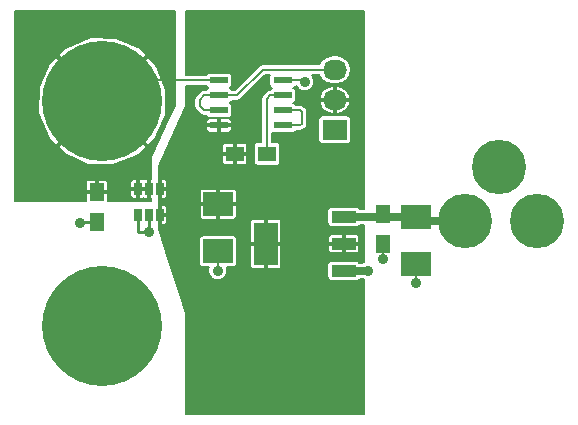
<source format=gtl>
G04 #@! TF.FileFunction,Copper,L1,Top,Signal*
%FSLAX46Y46*%
G04 Gerber Fmt 4.6, Leading zero omitted, Abs format (unit mm)*
G04 Created by KiCad (PCBNEW (after 2015-mar-04 BZR unknown)-product) date 2/8/2016 12:34:12 PM*
%MOMM*%
G01*
G04 APERTURE LIST*
%ADD10C,0.150000*%
%ADD11R,1.250000X1.500000*%
%ADD12C,4.600000*%
%ADD13R,2.032000X3.657600*%
%ADD14R,2.032000X1.016000*%
%ADD15R,0.650000X1.060000*%
%ADD16C,10.160000*%
%ADD17R,2.500000X2.000000*%
%ADD18R,2.032000X1.727200*%
%ADD19O,2.032000X1.727200*%
%ADD20R,1.550000X0.600000*%
%ADD21R,1.500000X1.300000*%
%ADD22C,0.889000*%
%ADD23C,0.203200*%
%ADD24C,0.254000*%
%ADD25C,0.635000*%
G04 APERTURE END LIST*
D10*
D11*
X32004000Y-24150000D03*
X32004000Y-26650000D03*
X7780000Y-22278000D03*
X7780000Y-24778000D03*
D12*
X45085000Y-24765000D03*
X38985000Y-24765000D03*
X41885000Y-20165000D03*
D13*
X22098000Y-26670000D03*
D14*
X28702000Y-26670000D03*
X28702000Y-24384000D03*
X28702000Y-28956000D03*
D15*
X11242000Y-24214000D03*
X12192000Y-24214000D03*
X13142000Y-24214000D03*
X13142000Y-22014000D03*
X11242000Y-22014000D03*
X12192000Y-22014000D03*
D16*
X8255000Y-14605000D03*
X8255000Y-33655000D03*
D17*
X34798000Y-24416000D03*
X34798000Y-28416000D03*
X18067000Y-23306000D03*
X18067000Y-27306000D03*
D18*
X27940000Y-17018000D03*
D19*
X27940000Y-14478000D03*
X27940000Y-11938000D03*
D20*
X23528000Y-16637000D03*
X23528000Y-15367000D03*
X23528000Y-14097000D03*
X23528000Y-12827000D03*
X18128000Y-12827000D03*
X18128000Y-14097000D03*
X18128000Y-15367000D03*
X18128000Y-16637000D03*
D21*
X22178000Y-19050000D03*
X19478000Y-19050000D03*
D22*
X32004000Y-27940000D03*
X34798000Y-29972000D03*
X25400000Y-12954000D03*
X12192000Y-25654000D03*
X6350000Y-24892000D03*
X30734000Y-28956000D03*
X18034000Y-28956000D03*
D23*
X32004000Y-26650000D02*
X32004000Y-27940000D01*
X34798000Y-28416000D02*
X34798000Y-29972000D01*
X23528000Y-12827000D02*
X25273000Y-12827000D01*
X25273000Y-12827000D02*
X25400000Y-12954000D01*
D24*
X11242000Y-24214000D02*
X11242000Y-25588000D01*
X12192000Y-25654000D02*
X12192000Y-24214000D01*
X11308000Y-25654000D02*
X12192000Y-25654000D01*
X11242000Y-25588000D02*
X11308000Y-25654000D01*
X7780000Y-24778000D02*
X6464000Y-24778000D01*
X6464000Y-24778000D02*
X6350000Y-24892000D01*
D25*
X28702000Y-28956000D02*
X30734000Y-28956000D01*
D23*
X18067000Y-28923000D02*
X18034000Y-28956000D01*
X18067000Y-27306000D02*
X18067000Y-28923000D01*
D25*
X28702000Y-24384000D02*
X31984000Y-24384000D01*
X31984000Y-24384000D02*
X32004000Y-24364000D01*
X34798000Y-24364000D02*
X32004000Y-24364000D01*
X38985000Y-24765000D02*
X35199000Y-24765000D01*
X35199000Y-24765000D02*
X34798000Y-24364000D01*
D23*
X18128000Y-12827000D02*
X10033000Y-12827000D01*
X10033000Y-12827000D02*
X8255000Y-14605000D01*
X18128000Y-15367000D02*
X16891000Y-15367000D01*
X16891000Y-14097000D02*
X18128000Y-14097000D01*
X16510000Y-14478000D02*
X16891000Y-14097000D01*
X16510000Y-14986000D02*
X16510000Y-14478000D01*
X16891000Y-15367000D02*
X16510000Y-14986000D01*
X18128000Y-14097000D02*
X19685000Y-14097000D01*
X19685000Y-14097000D02*
X21844000Y-11938000D01*
X21844000Y-11938000D02*
X23114000Y-11938000D01*
X23114000Y-11938000D02*
X27940000Y-11938000D01*
X23528000Y-16637000D02*
X25019000Y-16637000D01*
X25019000Y-15367000D02*
X23528000Y-15367000D01*
X25146000Y-15494000D02*
X25019000Y-15367000D01*
X25146000Y-16510000D02*
X25146000Y-15494000D01*
X25019000Y-16637000D02*
X25146000Y-16510000D01*
X22178000Y-19050000D02*
X22178000Y-14398000D01*
X22479000Y-14097000D02*
X23528000Y-14097000D01*
X22178000Y-14398000D02*
X22479000Y-14097000D01*
G36*
X30378400Y-41046400D02*
X23418800Y-41046400D01*
X23418800Y-28559428D01*
X23418800Y-26835100D01*
X23418800Y-26504900D01*
X23418800Y-24780572D01*
X23372397Y-24668545D01*
X23286656Y-24582803D01*
X23174629Y-24536400D01*
X23053372Y-24536400D01*
X22263100Y-24536400D01*
X22186900Y-24612600D01*
X22186900Y-26581100D01*
X23342600Y-26581100D01*
X23418800Y-26504900D01*
X23418800Y-26835100D01*
X23342600Y-26758900D01*
X22186900Y-26758900D01*
X22186900Y-28727400D01*
X22263100Y-28803600D01*
X23053372Y-28803600D01*
X23174629Y-28803600D01*
X23286656Y-28757197D01*
X23372397Y-28671455D01*
X23418800Y-28559428D01*
X23418800Y-41046400D01*
X22009100Y-41046400D01*
X22009100Y-28727400D01*
X22009100Y-26758900D01*
X22009100Y-26581100D01*
X22009100Y-24612600D01*
X21932900Y-24536400D01*
X21142628Y-24536400D01*
X21021371Y-24536400D01*
X20909344Y-24582803D01*
X20823603Y-24668545D01*
X20777200Y-24780572D01*
X20777200Y-26504900D01*
X20853400Y-26581100D01*
X22009100Y-26581100D01*
X22009100Y-26758900D01*
X20853400Y-26758900D01*
X20777200Y-26835100D01*
X20777200Y-28559428D01*
X20823603Y-28671455D01*
X20909344Y-28757197D01*
X21021371Y-28803600D01*
X21142628Y-28803600D01*
X21932900Y-28803600D01*
X22009100Y-28727400D01*
X22009100Y-41046400D01*
X20532800Y-41046400D01*
X20532800Y-19760629D01*
X20532800Y-19639372D01*
X20532800Y-19215100D01*
X20532800Y-18884900D01*
X20532800Y-18460628D01*
X20532800Y-18339371D01*
X20486397Y-18227344D01*
X20400655Y-18141603D01*
X20288628Y-18095200D01*
X19643100Y-18095200D01*
X19566900Y-18171400D01*
X19566900Y-18961100D01*
X20456600Y-18961100D01*
X20532800Y-18884900D01*
X20532800Y-19215100D01*
X20456600Y-19138900D01*
X19566900Y-19138900D01*
X19566900Y-19928600D01*
X19643100Y-20004800D01*
X20288628Y-20004800D01*
X20400655Y-19958397D01*
X20486397Y-19872656D01*
X20532800Y-19760629D01*
X20532800Y-41046400D01*
X19679567Y-41046400D01*
X19679567Y-28306000D01*
X19679567Y-26306000D01*
X19653259Y-26170411D01*
X19621800Y-26122520D01*
X19621800Y-24366628D01*
X19621800Y-23471100D01*
X19621800Y-23140900D01*
X19621800Y-22245372D01*
X19575397Y-22133345D01*
X19489656Y-22047603D01*
X19389100Y-22005951D01*
X19389100Y-19928600D01*
X19389100Y-19138900D01*
X19389100Y-18961100D01*
X19389100Y-18171400D01*
X19312900Y-18095200D01*
X19207800Y-18095200D01*
X19207800Y-16997629D01*
X19207800Y-16876372D01*
X19207800Y-16802100D01*
X19207800Y-16471900D01*
X19207800Y-16397628D01*
X19207800Y-16276371D01*
X19161397Y-16164344D01*
X19075655Y-16078603D01*
X18963628Y-16032200D01*
X18293100Y-16032200D01*
X18216900Y-16108400D01*
X18216900Y-16548100D01*
X19131600Y-16548100D01*
X19207800Y-16471900D01*
X19207800Y-16802100D01*
X19131600Y-16725900D01*
X18216900Y-16725900D01*
X18216900Y-17165600D01*
X18293100Y-17241800D01*
X18963628Y-17241800D01*
X19075655Y-17195397D01*
X19161397Y-17109656D01*
X19207800Y-16997629D01*
X19207800Y-18095200D01*
X18667372Y-18095200D01*
X18555345Y-18141603D01*
X18469603Y-18227344D01*
X18423200Y-18339371D01*
X18423200Y-18460628D01*
X18423200Y-18884900D01*
X18499400Y-18961100D01*
X19389100Y-18961100D01*
X19389100Y-19138900D01*
X18499400Y-19138900D01*
X18423200Y-19215100D01*
X18423200Y-19639372D01*
X18423200Y-19760629D01*
X18469603Y-19872656D01*
X18555345Y-19958397D01*
X18667372Y-20004800D01*
X19312900Y-20004800D01*
X19389100Y-19928600D01*
X19389100Y-22005951D01*
X19377629Y-22001200D01*
X19256372Y-22001200D01*
X18232100Y-22001200D01*
X18155900Y-22077400D01*
X18155900Y-23217100D01*
X19545600Y-23217100D01*
X19621800Y-23140900D01*
X19621800Y-23471100D01*
X19545600Y-23394900D01*
X18155900Y-23394900D01*
X18155900Y-24534600D01*
X18232100Y-24610800D01*
X19256372Y-24610800D01*
X19377629Y-24610800D01*
X19489656Y-24564397D01*
X19575397Y-24478655D01*
X19621800Y-24366628D01*
X19621800Y-26122520D01*
X19574977Y-26051241D01*
X19456799Y-25971469D01*
X19317000Y-25943433D01*
X18039100Y-25943433D01*
X18039100Y-17165600D01*
X18039100Y-16725900D01*
X18039100Y-16548100D01*
X18039100Y-16108400D01*
X17962900Y-16032200D01*
X17292372Y-16032200D01*
X17180345Y-16078603D01*
X17094603Y-16164344D01*
X17048200Y-16276371D01*
X17048200Y-16397628D01*
X17048200Y-16471900D01*
X17124400Y-16548100D01*
X18039100Y-16548100D01*
X18039100Y-16725900D01*
X17124400Y-16725900D01*
X17048200Y-16802100D01*
X17048200Y-16876372D01*
X17048200Y-16997629D01*
X17094603Y-17109656D01*
X17180345Y-17195397D01*
X17292372Y-17241800D01*
X17962900Y-17241800D01*
X18039100Y-17165600D01*
X18039100Y-25943433D01*
X17978100Y-25943433D01*
X17978100Y-24534600D01*
X17978100Y-23394900D01*
X17978100Y-23217100D01*
X17978100Y-22077400D01*
X17901900Y-22001200D01*
X16877628Y-22001200D01*
X16756371Y-22001200D01*
X16644344Y-22047603D01*
X16558603Y-22133345D01*
X16512200Y-22245372D01*
X16512200Y-23140900D01*
X16588400Y-23217100D01*
X17978100Y-23217100D01*
X17978100Y-23394900D01*
X16588400Y-23394900D01*
X16512200Y-23471100D01*
X16512200Y-24366628D01*
X16558603Y-24478655D01*
X16644344Y-24564397D01*
X16756371Y-24610800D01*
X16877628Y-24610800D01*
X17901900Y-24610800D01*
X17978100Y-24534600D01*
X17978100Y-25943433D01*
X16817000Y-25943433D01*
X16681411Y-25969741D01*
X16562241Y-26048023D01*
X16482469Y-26166201D01*
X16454433Y-26306000D01*
X16454433Y-28306000D01*
X16480741Y-28441589D01*
X16559023Y-28560759D01*
X16677201Y-28640531D01*
X16817000Y-28668567D01*
X17287017Y-28668567D01*
X17234039Y-28796152D01*
X17233761Y-29114452D01*
X17355313Y-29408628D01*
X17580188Y-29633896D01*
X17874152Y-29755961D01*
X18192452Y-29756239D01*
X18486628Y-29634687D01*
X18711896Y-29409812D01*
X18833961Y-29115848D01*
X18834239Y-28797548D01*
X18780944Y-28668567D01*
X19317000Y-28668567D01*
X19452589Y-28642259D01*
X19571759Y-28563977D01*
X19651531Y-28445799D01*
X19679567Y-28306000D01*
X19679567Y-41046400D01*
X15341600Y-41046400D01*
X15341600Y-32496073D01*
X13771800Y-27612250D01*
X13771800Y-24804628D01*
X13771800Y-24379100D01*
X13771800Y-24048900D01*
X13771800Y-23623372D01*
X13771800Y-22604628D01*
X13771800Y-22179100D01*
X13771800Y-21848900D01*
X13771800Y-21423372D01*
X13725397Y-21311345D01*
X13639656Y-21225603D01*
X13527629Y-21179200D01*
X13406372Y-21179200D01*
X13307100Y-21179200D01*
X13230900Y-21255400D01*
X13230900Y-21925100D01*
X13695600Y-21925100D01*
X13771800Y-21848900D01*
X13771800Y-22179100D01*
X13695600Y-22102900D01*
X13230900Y-22102900D01*
X13230900Y-22772600D01*
X13307100Y-22848800D01*
X13406372Y-22848800D01*
X13527629Y-22848800D01*
X13639656Y-22802397D01*
X13725397Y-22716655D01*
X13771800Y-22604628D01*
X13771800Y-23623372D01*
X13725397Y-23511345D01*
X13639656Y-23425603D01*
X13527629Y-23379200D01*
X13406372Y-23379200D01*
X13307100Y-23379200D01*
X13230900Y-23455400D01*
X13230900Y-24125100D01*
X13695600Y-24125100D01*
X13771800Y-24048900D01*
X13771800Y-24379100D01*
X13695600Y-24302900D01*
X13230900Y-24302900D01*
X13230900Y-24972600D01*
X13307100Y-25048800D01*
X13406372Y-25048800D01*
X13527629Y-25048800D01*
X13639656Y-25002397D01*
X13725397Y-24916655D01*
X13771800Y-24804628D01*
X13771800Y-27612250D01*
X13055600Y-25384073D01*
X13055600Y-20087807D01*
X15341600Y-15007807D01*
X15341600Y-13284200D01*
X17030937Y-13284200D01*
X17095023Y-13381759D01*
X17213201Y-13461531D01*
X17215504Y-13461993D01*
X17098241Y-13539023D01*
X17030214Y-13639800D01*
X16891000Y-13639800D01*
X16716037Y-13674602D01*
X16567711Y-13773711D01*
X16186711Y-14154711D01*
X16087602Y-14303037D01*
X16052800Y-14478000D01*
X16052800Y-14986000D01*
X16087602Y-15160963D01*
X16186711Y-15309289D01*
X16567711Y-15690289D01*
X16716037Y-15789398D01*
X16891000Y-15824200D01*
X17030937Y-15824200D01*
X17095023Y-15921759D01*
X17213201Y-16001531D01*
X17353000Y-16029567D01*
X18903000Y-16029567D01*
X19038589Y-16003259D01*
X19157759Y-15924977D01*
X19237531Y-15806799D01*
X19265567Y-15667000D01*
X19265567Y-15067000D01*
X19239259Y-14931411D01*
X19160977Y-14812241D01*
X19042799Y-14732469D01*
X19040495Y-14732006D01*
X19157759Y-14654977D01*
X19225785Y-14554200D01*
X19685000Y-14554200D01*
X19859963Y-14519398D01*
X20008289Y-14420289D01*
X22033378Y-12395200D01*
X22416864Y-12395200D01*
X22390433Y-12527000D01*
X22390433Y-13127000D01*
X22416741Y-13262589D01*
X22495023Y-13381759D01*
X22613201Y-13461531D01*
X22615504Y-13461993D01*
X22498241Y-13539023D01*
X22422648Y-13651008D01*
X22422648Y-13651009D01*
X22304037Y-13674602D01*
X22155711Y-13773711D01*
X21854711Y-14074711D01*
X21755602Y-14223037D01*
X21720800Y-14398000D01*
X21720800Y-18037433D01*
X21428000Y-18037433D01*
X21292411Y-18063741D01*
X21173241Y-18142023D01*
X21093469Y-18260201D01*
X21065433Y-18400000D01*
X21065433Y-19700000D01*
X21091741Y-19835589D01*
X21170023Y-19954759D01*
X21288201Y-20034531D01*
X21428000Y-20062567D01*
X22928000Y-20062567D01*
X23063589Y-20036259D01*
X23182759Y-19957977D01*
X23262531Y-19839799D01*
X23290567Y-19700000D01*
X23290567Y-18400000D01*
X23264259Y-18264411D01*
X23185977Y-18145241D01*
X23067799Y-18065469D01*
X22928000Y-18037433D01*
X22635200Y-18037433D01*
X22635200Y-17275942D01*
X22753000Y-17299567D01*
X24303000Y-17299567D01*
X24438589Y-17273259D01*
X24557759Y-17194977D01*
X24625785Y-17094200D01*
X25019000Y-17094200D01*
X25193963Y-17059398D01*
X25342289Y-16960289D01*
X25469289Y-16833289D01*
X25568398Y-16684963D01*
X25603200Y-16510000D01*
X25603200Y-15494000D01*
X25568398Y-15319037D01*
X25469289Y-15170711D01*
X25342289Y-15043711D01*
X25193963Y-14944602D01*
X25019000Y-14909800D01*
X24625062Y-14909800D01*
X24560977Y-14812241D01*
X24442799Y-14732469D01*
X24440495Y-14732006D01*
X24557759Y-14654977D01*
X24637531Y-14536799D01*
X24665567Y-14397000D01*
X24665567Y-13797000D01*
X24639259Y-13661411D01*
X24560977Y-13542241D01*
X24442799Y-13462469D01*
X24440495Y-13462006D01*
X24557759Y-13384977D01*
X24625785Y-13284200D01*
X24670726Y-13284200D01*
X24721313Y-13406628D01*
X24946188Y-13631896D01*
X25240152Y-13753961D01*
X25558452Y-13754239D01*
X25852628Y-13632687D01*
X26077896Y-13407812D01*
X26199961Y-13113848D01*
X26200239Y-12795548D01*
X26078687Y-12501372D01*
X25972700Y-12395200D01*
X26632471Y-12395200D01*
X26634335Y-12404568D01*
X26898624Y-12800105D01*
X27294161Y-13064394D01*
X27760729Y-13157200D01*
X28119271Y-13157200D01*
X28585839Y-13064394D01*
X28981376Y-12800105D01*
X29245665Y-12404568D01*
X29338471Y-11938000D01*
X29245665Y-11471432D01*
X28981376Y-11075895D01*
X28585839Y-10811606D01*
X28119271Y-10718800D01*
X27760729Y-10718800D01*
X27294161Y-10811606D01*
X26898624Y-11075895D01*
X26634335Y-11471432D01*
X26632471Y-11480800D01*
X23114000Y-11480800D01*
X21844000Y-11480800D01*
X21669037Y-11515602D01*
X21520711Y-11614711D01*
X19495622Y-13639800D01*
X19225062Y-13639800D01*
X19160977Y-13542241D01*
X19042799Y-13462469D01*
X19040495Y-13462006D01*
X19157759Y-13384977D01*
X19237531Y-13266799D01*
X19265567Y-13127000D01*
X19265567Y-12527000D01*
X19239259Y-12391411D01*
X19160977Y-12272241D01*
X19042799Y-12192469D01*
X18903000Y-12164433D01*
X17353000Y-12164433D01*
X17217411Y-12190741D01*
X17098241Y-12269023D01*
X17030214Y-12369800D01*
X15341600Y-12369800D01*
X15341600Y-6959600D01*
X30378400Y-6959600D01*
X30378400Y-23710900D01*
X30034873Y-23710900D01*
X29975977Y-23621241D01*
X29857799Y-23541469D01*
X29718000Y-23513433D01*
X29318567Y-23513433D01*
X29318567Y-17881600D01*
X29318567Y-16154400D01*
X29292259Y-16018811D01*
X29229163Y-15922758D01*
X29229163Y-14748054D01*
X29229163Y-14207946D01*
X29216033Y-14142935D01*
X29002278Y-13738444D01*
X28650002Y-13446544D01*
X28212836Y-13311674D01*
X28028900Y-13383393D01*
X28028900Y-14389100D01*
X29180976Y-14389100D01*
X29229163Y-14207946D01*
X29229163Y-14748054D01*
X29180976Y-14566900D01*
X28028900Y-14566900D01*
X28028900Y-15572607D01*
X28212836Y-15644326D01*
X28650002Y-15509456D01*
X29002278Y-15217556D01*
X29216033Y-14813065D01*
X29229163Y-14748054D01*
X29229163Y-15922758D01*
X29213977Y-15899641D01*
X29095799Y-15819869D01*
X28956000Y-15791833D01*
X27851100Y-15791833D01*
X27851100Y-15572607D01*
X27851100Y-14566900D01*
X27851100Y-14389100D01*
X27851100Y-13383393D01*
X27667164Y-13311674D01*
X27229998Y-13446544D01*
X26877722Y-13738444D01*
X26663967Y-14142935D01*
X26650837Y-14207946D01*
X26699024Y-14389100D01*
X27851100Y-14389100D01*
X27851100Y-14566900D01*
X26699024Y-14566900D01*
X26650837Y-14748054D01*
X26663967Y-14813065D01*
X26877722Y-15217556D01*
X27229998Y-15509456D01*
X27667164Y-15644326D01*
X27851100Y-15572607D01*
X27851100Y-15791833D01*
X26924000Y-15791833D01*
X26788411Y-15818141D01*
X26669241Y-15896423D01*
X26589469Y-16014601D01*
X26561433Y-16154400D01*
X26561433Y-17881600D01*
X26587741Y-18017189D01*
X26666023Y-18136359D01*
X26784201Y-18216131D01*
X26924000Y-18244167D01*
X28956000Y-18244167D01*
X29091589Y-18217859D01*
X29210759Y-18139577D01*
X29290531Y-18021399D01*
X29318567Y-17881600D01*
X29318567Y-23513433D01*
X27686000Y-23513433D01*
X27550411Y-23539741D01*
X27431241Y-23618023D01*
X27351469Y-23736201D01*
X27323433Y-23876000D01*
X27323433Y-24892000D01*
X27349741Y-25027589D01*
X27428023Y-25146759D01*
X27546201Y-25226531D01*
X27686000Y-25254567D01*
X29718000Y-25254567D01*
X29853589Y-25228259D01*
X29972759Y-25149977D01*
X30035452Y-25057100D01*
X30378400Y-25057100D01*
X30378400Y-28237221D01*
X30281372Y-28277313D01*
X30275775Y-28282900D01*
X30034873Y-28282900D01*
X30022800Y-28264520D01*
X30022800Y-27238628D01*
X30022800Y-26835100D01*
X30022800Y-26504900D01*
X30022800Y-26101372D01*
X29976397Y-25989345D01*
X29890656Y-25903603D01*
X29778629Y-25857200D01*
X29657372Y-25857200D01*
X28867100Y-25857200D01*
X28790900Y-25933400D01*
X28790900Y-26581100D01*
X29946600Y-26581100D01*
X30022800Y-26504900D01*
X30022800Y-26835100D01*
X29946600Y-26758900D01*
X28790900Y-26758900D01*
X28790900Y-27406600D01*
X28867100Y-27482800D01*
X29657372Y-27482800D01*
X29778629Y-27482800D01*
X29890656Y-27436397D01*
X29976397Y-27350655D01*
X30022800Y-27238628D01*
X30022800Y-28264520D01*
X29975977Y-28193241D01*
X29857799Y-28113469D01*
X29718000Y-28085433D01*
X28613100Y-28085433D01*
X28613100Y-27406600D01*
X28613100Y-26758900D01*
X28613100Y-26581100D01*
X28613100Y-25933400D01*
X28536900Y-25857200D01*
X27746628Y-25857200D01*
X27625371Y-25857200D01*
X27513344Y-25903603D01*
X27427603Y-25989345D01*
X27381200Y-26101372D01*
X27381200Y-26504900D01*
X27457400Y-26581100D01*
X28613100Y-26581100D01*
X28613100Y-26758900D01*
X27457400Y-26758900D01*
X27381200Y-26835100D01*
X27381200Y-27238628D01*
X27427603Y-27350655D01*
X27513344Y-27436397D01*
X27625371Y-27482800D01*
X27746628Y-27482800D01*
X28536900Y-27482800D01*
X28613100Y-27406600D01*
X28613100Y-28085433D01*
X27686000Y-28085433D01*
X27550411Y-28111741D01*
X27431241Y-28190023D01*
X27351469Y-28308201D01*
X27323433Y-28448000D01*
X27323433Y-29464000D01*
X27349741Y-29599589D01*
X27428023Y-29718759D01*
X27546201Y-29798531D01*
X27686000Y-29826567D01*
X29718000Y-29826567D01*
X29853589Y-29800259D01*
X29972759Y-29721977D01*
X30035452Y-29629100D01*
X30275400Y-29629100D01*
X30280188Y-29633896D01*
X30378400Y-29674677D01*
X30378400Y-41046400D01*
X30378400Y-41046400D01*
G37*
X30378400Y-41046400D02*
X23418800Y-41046400D01*
X23418800Y-28559428D01*
X23418800Y-26835100D01*
X23418800Y-26504900D01*
X23418800Y-24780572D01*
X23372397Y-24668545D01*
X23286656Y-24582803D01*
X23174629Y-24536400D01*
X23053372Y-24536400D01*
X22263100Y-24536400D01*
X22186900Y-24612600D01*
X22186900Y-26581100D01*
X23342600Y-26581100D01*
X23418800Y-26504900D01*
X23418800Y-26835100D01*
X23342600Y-26758900D01*
X22186900Y-26758900D01*
X22186900Y-28727400D01*
X22263100Y-28803600D01*
X23053372Y-28803600D01*
X23174629Y-28803600D01*
X23286656Y-28757197D01*
X23372397Y-28671455D01*
X23418800Y-28559428D01*
X23418800Y-41046400D01*
X22009100Y-41046400D01*
X22009100Y-28727400D01*
X22009100Y-26758900D01*
X22009100Y-26581100D01*
X22009100Y-24612600D01*
X21932900Y-24536400D01*
X21142628Y-24536400D01*
X21021371Y-24536400D01*
X20909344Y-24582803D01*
X20823603Y-24668545D01*
X20777200Y-24780572D01*
X20777200Y-26504900D01*
X20853400Y-26581100D01*
X22009100Y-26581100D01*
X22009100Y-26758900D01*
X20853400Y-26758900D01*
X20777200Y-26835100D01*
X20777200Y-28559428D01*
X20823603Y-28671455D01*
X20909344Y-28757197D01*
X21021371Y-28803600D01*
X21142628Y-28803600D01*
X21932900Y-28803600D01*
X22009100Y-28727400D01*
X22009100Y-41046400D01*
X20532800Y-41046400D01*
X20532800Y-19760629D01*
X20532800Y-19639372D01*
X20532800Y-19215100D01*
X20532800Y-18884900D01*
X20532800Y-18460628D01*
X20532800Y-18339371D01*
X20486397Y-18227344D01*
X20400655Y-18141603D01*
X20288628Y-18095200D01*
X19643100Y-18095200D01*
X19566900Y-18171400D01*
X19566900Y-18961100D01*
X20456600Y-18961100D01*
X20532800Y-18884900D01*
X20532800Y-19215100D01*
X20456600Y-19138900D01*
X19566900Y-19138900D01*
X19566900Y-19928600D01*
X19643100Y-20004800D01*
X20288628Y-20004800D01*
X20400655Y-19958397D01*
X20486397Y-19872656D01*
X20532800Y-19760629D01*
X20532800Y-41046400D01*
X19679567Y-41046400D01*
X19679567Y-28306000D01*
X19679567Y-26306000D01*
X19653259Y-26170411D01*
X19621800Y-26122520D01*
X19621800Y-24366628D01*
X19621800Y-23471100D01*
X19621800Y-23140900D01*
X19621800Y-22245372D01*
X19575397Y-22133345D01*
X19489656Y-22047603D01*
X19389100Y-22005951D01*
X19389100Y-19928600D01*
X19389100Y-19138900D01*
X19389100Y-18961100D01*
X19389100Y-18171400D01*
X19312900Y-18095200D01*
X19207800Y-18095200D01*
X19207800Y-16997629D01*
X19207800Y-16876372D01*
X19207800Y-16802100D01*
X19207800Y-16471900D01*
X19207800Y-16397628D01*
X19207800Y-16276371D01*
X19161397Y-16164344D01*
X19075655Y-16078603D01*
X18963628Y-16032200D01*
X18293100Y-16032200D01*
X18216900Y-16108400D01*
X18216900Y-16548100D01*
X19131600Y-16548100D01*
X19207800Y-16471900D01*
X19207800Y-16802100D01*
X19131600Y-16725900D01*
X18216900Y-16725900D01*
X18216900Y-17165600D01*
X18293100Y-17241800D01*
X18963628Y-17241800D01*
X19075655Y-17195397D01*
X19161397Y-17109656D01*
X19207800Y-16997629D01*
X19207800Y-18095200D01*
X18667372Y-18095200D01*
X18555345Y-18141603D01*
X18469603Y-18227344D01*
X18423200Y-18339371D01*
X18423200Y-18460628D01*
X18423200Y-18884900D01*
X18499400Y-18961100D01*
X19389100Y-18961100D01*
X19389100Y-19138900D01*
X18499400Y-19138900D01*
X18423200Y-19215100D01*
X18423200Y-19639372D01*
X18423200Y-19760629D01*
X18469603Y-19872656D01*
X18555345Y-19958397D01*
X18667372Y-20004800D01*
X19312900Y-20004800D01*
X19389100Y-19928600D01*
X19389100Y-22005951D01*
X19377629Y-22001200D01*
X19256372Y-22001200D01*
X18232100Y-22001200D01*
X18155900Y-22077400D01*
X18155900Y-23217100D01*
X19545600Y-23217100D01*
X19621800Y-23140900D01*
X19621800Y-23471100D01*
X19545600Y-23394900D01*
X18155900Y-23394900D01*
X18155900Y-24534600D01*
X18232100Y-24610800D01*
X19256372Y-24610800D01*
X19377629Y-24610800D01*
X19489656Y-24564397D01*
X19575397Y-24478655D01*
X19621800Y-24366628D01*
X19621800Y-26122520D01*
X19574977Y-26051241D01*
X19456799Y-25971469D01*
X19317000Y-25943433D01*
X18039100Y-25943433D01*
X18039100Y-17165600D01*
X18039100Y-16725900D01*
X18039100Y-16548100D01*
X18039100Y-16108400D01*
X17962900Y-16032200D01*
X17292372Y-16032200D01*
X17180345Y-16078603D01*
X17094603Y-16164344D01*
X17048200Y-16276371D01*
X17048200Y-16397628D01*
X17048200Y-16471900D01*
X17124400Y-16548100D01*
X18039100Y-16548100D01*
X18039100Y-16725900D01*
X17124400Y-16725900D01*
X17048200Y-16802100D01*
X17048200Y-16876372D01*
X17048200Y-16997629D01*
X17094603Y-17109656D01*
X17180345Y-17195397D01*
X17292372Y-17241800D01*
X17962900Y-17241800D01*
X18039100Y-17165600D01*
X18039100Y-25943433D01*
X17978100Y-25943433D01*
X17978100Y-24534600D01*
X17978100Y-23394900D01*
X17978100Y-23217100D01*
X17978100Y-22077400D01*
X17901900Y-22001200D01*
X16877628Y-22001200D01*
X16756371Y-22001200D01*
X16644344Y-22047603D01*
X16558603Y-22133345D01*
X16512200Y-22245372D01*
X16512200Y-23140900D01*
X16588400Y-23217100D01*
X17978100Y-23217100D01*
X17978100Y-23394900D01*
X16588400Y-23394900D01*
X16512200Y-23471100D01*
X16512200Y-24366628D01*
X16558603Y-24478655D01*
X16644344Y-24564397D01*
X16756371Y-24610800D01*
X16877628Y-24610800D01*
X17901900Y-24610800D01*
X17978100Y-24534600D01*
X17978100Y-25943433D01*
X16817000Y-25943433D01*
X16681411Y-25969741D01*
X16562241Y-26048023D01*
X16482469Y-26166201D01*
X16454433Y-26306000D01*
X16454433Y-28306000D01*
X16480741Y-28441589D01*
X16559023Y-28560759D01*
X16677201Y-28640531D01*
X16817000Y-28668567D01*
X17287017Y-28668567D01*
X17234039Y-28796152D01*
X17233761Y-29114452D01*
X17355313Y-29408628D01*
X17580188Y-29633896D01*
X17874152Y-29755961D01*
X18192452Y-29756239D01*
X18486628Y-29634687D01*
X18711896Y-29409812D01*
X18833961Y-29115848D01*
X18834239Y-28797548D01*
X18780944Y-28668567D01*
X19317000Y-28668567D01*
X19452589Y-28642259D01*
X19571759Y-28563977D01*
X19651531Y-28445799D01*
X19679567Y-28306000D01*
X19679567Y-41046400D01*
X15341600Y-41046400D01*
X15341600Y-32496073D01*
X13771800Y-27612250D01*
X13771800Y-24804628D01*
X13771800Y-24379100D01*
X13771800Y-24048900D01*
X13771800Y-23623372D01*
X13771800Y-22604628D01*
X13771800Y-22179100D01*
X13771800Y-21848900D01*
X13771800Y-21423372D01*
X13725397Y-21311345D01*
X13639656Y-21225603D01*
X13527629Y-21179200D01*
X13406372Y-21179200D01*
X13307100Y-21179200D01*
X13230900Y-21255400D01*
X13230900Y-21925100D01*
X13695600Y-21925100D01*
X13771800Y-21848900D01*
X13771800Y-22179100D01*
X13695600Y-22102900D01*
X13230900Y-22102900D01*
X13230900Y-22772600D01*
X13307100Y-22848800D01*
X13406372Y-22848800D01*
X13527629Y-22848800D01*
X13639656Y-22802397D01*
X13725397Y-22716655D01*
X13771800Y-22604628D01*
X13771800Y-23623372D01*
X13725397Y-23511345D01*
X13639656Y-23425603D01*
X13527629Y-23379200D01*
X13406372Y-23379200D01*
X13307100Y-23379200D01*
X13230900Y-23455400D01*
X13230900Y-24125100D01*
X13695600Y-24125100D01*
X13771800Y-24048900D01*
X13771800Y-24379100D01*
X13695600Y-24302900D01*
X13230900Y-24302900D01*
X13230900Y-24972600D01*
X13307100Y-25048800D01*
X13406372Y-25048800D01*
X13527629Y-25048800D01*
X13639656Y-25002397D01*
X13725397Y-24916655D01*
X13771800Y-24804628D01*
X13771800Y-27612250D01*
X13055600Y-25384073D01*
X13055600Y-20087807D01*
X15341600Y-15007807D01*
X15341600Y-13284200D01*
X17030937Y-13284200D01*
X17095023Y-13381759D01*
X17213201Y-13461531D01*
X17215504Y-13461993D01*
X17098241Y-13539023D01*
X17030214Y-13639800D01*
X16891000Y-13639800D01*
X16716037Y-13674602D01*
X16567711Y-13773711D01*
X16186711Y-14154711D01*
X16087602Y-14303037D01*
X16052800Y-14478000D01*
X16052800Y-14986000D01*
X16087602Y-15160963D01*
X16186711Y-15309289D01*
X16567711Y-15690289D01*
X16716037Y-15789398D01*
X16891000Y-15824200D01*
X17030937Y-15824200D01*
X17095023Y-15921759D01*
X17213201Y-16001531D01*
X17353000Y-16029567D01*
X18903000Y-16029567D01*
X19038589Y-16003259D01*
X19157759Y-15924977D01*
X19237531Y-15806799D01*
X19265567Y-15667000D01*
X19265567Y-15067000D01*
X19239259Y-14931411D01*
X19160977Y-14812241D01*
X19042799Y-14732469D01*
X19040495Y-14732006D01*
X19157759Y-14654977D01*
X19225785Y-14554200D01*
X19685000Y-14554200D01*
X19859963Y-14519398D01*
X20008289Y-14420289D01*
X22033378Y-12395200D01*
X22416864Y-12395200D01*
X22390433Y-12527000D01*
X22390433Y-13127000D01*
X22416741Y-13262589D01*
X22495023Y-13381759D01*
X22613201Y-13461531D01*
X22615504Y-13461993D01*
X22498241Y-13539023D01*
X22422648Y-13651008D01*
X22422648Y-13651009D01*
X22304037Y-13674602D01*
X22155711Y-13773711D01*
X21854711Y-14074711D01*
X21755602Y-14223037D01*
X21720800Y-14398000D01*
X21720800Y-18037433D01*
X21428000Y-18037433D01*
X21292411Y-18063741D01*
X21173241Y-18142023D01*
X21093469Y-18260201D01*
X21065433Y-18400000D01*
X21065433Y-19700000D01*
X21091741Y-19835589D01*
X21170023Y-19954759D01*
X21288201Y-20034531D01*
X21428000Y-20062567D01*
X22928000Y-20062567D01*
X23063589Y-20036259D01*
X23182759Y-19957977D01*
X23262531Y-19839799D01*
X23290567Y-19700000D01*
X23290567Y-18400000D01*
X23264259Y-18264411D01*
X23185977Y-18145241D01*
X23067799Y-18065469D01*
X22928000Y-18037433D01*
X22635200Y-18037433D01*
X22635200Y-17275942D01*
X22753000Y-17299567D01*
X24303000Y-17299567D01*
X24438589Y-17273259D01*
X24557759Y-17194977D01*
X24625785Y-17094200D01*
X25019000Y-17094200D01*
X25193963Y-17059398D01*
X25342289Y-16960289D01*
X25469289Y-16833289D01*
X25568398Y-16684963D01*
X25603200Y-16510000D01*
X25603200Y-15494000D01*
X25568398Y-15319037D01*
X25469289Y-15170711D01*
X25342289Y-15043711D01*
X25193963Y-14944602D01*
X25019000Y-14909800D01*
X24625062Y-14909800D01*
X24560977Y-14812241D01*
X24442799Y-14732469D01*
X24440495Y-14732006D01*
X24557759Y-14654977D01*
X24637531Y-14536799D01*
X24665567Y-14397000D01*
X24665567Y-13797000D01*
X24639259Y-13661411D01*
X24560977Y-13542241D01*
X24442799Y-13462469D01*
X24440495Y-13462006D01*
X24557759Y-13384977D01*
X24625785Y-13284200D01*
X24670726Y-13284200D01*
X24721313Y-13406628D01*
X24946188Y-13631896D01*
X25240152Y-13753961D01*
X25558452Y-13754239D01*
X25852628Y-13632687D01*
X26077896Y-13407812D01*
X26199961Y-13113848D01*
X26200239Y-12795548D01*
X26078687Y-12501372D01*
X25972700Y-12395200D01*
X26632471Y-12395200D01*
X26634335Y-12404568D01*
X26898624Y-12800105D01*
X27294161Y-13064394D01*
X27760729Y-13157200D01*
X28119271Y-13157200D01*
X28585839Y-13064394D01*
X28981376Y-12800105D01*
X29245665Y-12404568D01*
X29338471Y-11938000D01*
X29245665Y-11471432D01*
X28981376Y-11075895D01*
X28585839Y-10811606D01*
X28119271Y-10718800D01*
X27760729Y-10718800D01*
X27294161Y-10811606D01*
X26898624Y-11075895D01*
X26634335Y-11471432D01*
X26632471Y-11480800D01*
X23114000Y-11480800D01*
X21844000Y-11480800D01*
X21669037Y-11515602D01*
X21520711Y-11614711D01*
X19495622Y-13639800D01*
X19225062Y-13639800D01*
X19160977Y-13542241D01*
X19042799Y-13462469D01*
X19040495Y-13462006D01*
X19157759Y-13384977D01*
X19237531Y-13266799D01*
X19265567Y-13127000D01*
X19265567Y-12527000D01*
X19239259Y-12391411D01*
X19160977Y-12272241D01*
X19042799Y-12192469D01*
X18903000Y-12164433D01*
X17353000Y-12164433D01*
X17217411Y-12190741D01*
X17098241Y-12269023D01*
X17030214Y-12369800D01*
X15341600Y-12369800D01*
X15341600Y-6959600D01*
X30378400Y-6959600D01*
X30378400Y-23710900D01*
X30034873Y-23710900D01*
X29975977Y-23621241D01*
X29857799Y-23541469D01*
X29718000Y-23513433D01*
X29318567Y-23513433D01*
X29318567Y-17881600D01*
X29318567Y-16154400D01*
X29292259Y-16018811D01*
X29229163Y-15922758D01*
X29229163Y-14748054D01*
X29229163Y-14207946D01*
X29216033Y-14142935D01*
X29002278Y-13738444D01*
X28650002Y-13446544D01*
X28212836Y-13311674D01*
X28028900Y-13383393D01*
X28028900Y-14389100D01*
X29180976Y-14389100D01*
X29229163Y-14207946D01*
X29229163Y-14748054D01*
X29180976Y-14566900D01*
X28028900Y-14566900D01*
X28028900Y-15572607D01*
X28212836Y-15644326D01*
X28650002Y-15509456D01*
X29002278Y-15217556D01*
X29216033Y-14813065D01*
X29229163Y-14748054D01*
X29229163Y-15922758D01*
X29213977Y-15899641D01*
X29095799Y-15819869D01*
X28956000Y-15791833D01*
X27851100Y-15791833D01*
X27851100Y-15572607D01*
X27851100Y-14566900D01*
X27851100Y-14389100D01*
X27851100Y-13383393D01*
X27667164Y-13311674D01*
X27229998Y-13446544D01*
X26877722Y-13738444D01*
X26663967Y-14142935D01*
X26650837Y-14207946D01*
X26699024Y-14389100D01*
X27851100Y-14389100D01*
X27851100Y-14566900D01*
X26699024Y-14566900D01*
X26650837Y-14748054D01*
X26663967Y-14813065D01*
X26877722Y-15217556D01*
X27229998Y-15509456D01*
X27667164Y-15644326D01*
X27851100Y-15572607D01*
X27851100Y-15791833D01*
X26924000Y-15791833D01*
X26788411Y-15818141D01*
X26669241Y-15896423D01*
X26589469Y-16014601D01*
X26561433Y-16154400D01*
X26561433Y-17881600D01*
X26587741Y-18017189D01*
X26666023Y-18136359D01*
X26784201Y-18216131D01*
X26924000Y-18244167D01*
X28956000Y-18244167D01*
X29091589Y-18217859D01*
X29210759Y-18139577D01*
X29290531Y-18021399D01*
X29318567Y-17881600D01*
X29318567Y-23513433D01*
X27686000Y-23513433D01*
X27550411Y-23539741D01*
X27431241Y-23618023D01*
X27351469Y-23736201D01*
X27323433Y-23876000D01*
X27323433Y-24892000D01*
X27349741Y-25027589D01*
X27428023Y-25146759D01*
X27546201Y-25226531D01*
X27686000Y-25254567D01*
X29718000Y-25254567D01*
X29853589Y-25228259D01*
X29972759Y-25149977D01*
X30035452Y-25057100D01*
X30378400Y-25057100D01*
X30378400Y-28237221D01*
X30281372Y-28277313D01*
X30275775Y-28282900D01*
X30034873Y-28282900D01*
X30022800Y-28264520D01*
X30022800Y-27238628D01*
X30022800Y-26835100D01*
X30022800Y-26504900D01*
X30022800Y-26101372D01*
X29976397Y-25989345D01*
X29890656Y-25903603D01*
X29778629Y-25857200D01*
X29657372Y-25857200D01*
X28867100Y-25857200D01*
X28790900Y-25933400D01*
X28790900Y-26581100D01*
X29946600Y-26581100D01*
X30022800Y-26504900D01*
X30022800Y-26835100D01*
X29946600Y-26758900D01*
X28790900Y-26758900D01*
X28790900Y-27406600D01*
X28867100Y-27482800D01*
X29657372Y-27482800D01*
X29778629Y-27482800D01*
X29890656Y-27436397D01*
X29976397Y-27350655D01*
X30022800Y-27238628D01*
X30022800Y-28264520D01*
X29975977Y-28193241D01*
X29857799Y-28113469D01*
X29718000Y-28085433D01*
X28613100Y-28085433D01*
X28613100Y-27406600D01*
X28613100Y-26758900D01*
X28613100Y-26581100D01*
X28613100Y-25933400D01*
X28536900Y-25857200D01*
X27746628Y-25857200D01*
X27625371Y-25857200D01*
X27513344Y-25903603D01*
X27427603Y-25989345D01*
X27381200Y-26101372D01*
X27381200Y-26504900D01*
X27457400Y-26581100D01*
X28613100Y-26581100D01*
X28613100Y-26758900D01*
X27457400Y-26758900D01*
X27381200Y-26835100D01*
X27381200Y-27238628D01*
X27427603Y-27350655D01*
X27513344Y-27436397D01*
X27625371Y-27482800D01*
X27746628Y-27482800D01*
X28536900Y-27482800D01*
X28613100Y-27406600D01*
X28613100Y-28085433D01*
X27686000Y-28085433D01*
X27550411Y-28111741D01*
X27431241Y-28190023D01*
X27351469Y-28308201D01*
X27323433Y-28448000D01*
X27323433Y-29464000D01*
X27349741Y-29599589D01*
X27428023Y-29718759D01*
X27546201Y-29798531D01*
X27686000Y-29826567D01*
X29718000Y-29826567D01*
X29853589Y-29800259D01*
X29972759Y-29721977D01*
X30035452Y-29629100D01*
X30275400Y-29629100D01*
X30280188Y-29633896D01*
X30378400Y-29674677D01*
X30378400Y-41046400D01*
G36*
X14376400Y-14963289D02*
X13663081Y-16479091D01*
X13663081Y-13658436D01*
X12889181Y-11660906D01*
X12748413Y-11450231D01*
X12145688Y-10840035D01*
X12019965Y-10965758D01*
X12019965Y-10714312D01*
X11409769Y-10111587D01*
X9450072Y-9246350D01*
X7308436Y-9196919D01*
X5310906Y-9970819D01*
X5100231Y-10111587D01*
X4490035Y-10714312D01*
X8255000Y-14479276D01*
X12019965Y-10714312D01*
X12019965Y-10965758D01*
X8380724Y-14605000D01*
X12145688Y-18369965D01*
X12748413Y-17759769D01*
X13613650Y-15800072D01*
X13663081Y-13658436D01*
X13663081Y-16479091D01*
X12344400Y-19281289D01*
X12344400Y-21191900D01*
X12280900Y-21255400D01*
X12280900Y-21925100D01*
X12300900Y-21925100D01*
X12300900Y-22102900D01*
X12280900Y-22102900D01*
X12280900Y-22772600D01*
X12344400Y-22836100D01*
X12344400Y-23012400D01*
X12103100Y-23012400D01*
X12103100Y-22772600D01*
X12103100Y-22102900D01*
X12103100Y-21925100D01*
X12103100Y-21255400D01*
X12026900Y-21179200D01*
X12019965Y-21179200D01*
X12019965Y-18495688D01*
X8255000Y-14730724D01*
X8129276Y-14856447D01*
X8129276Y-14605000D01*
X4364312Y-10840035D01*
X3761587Y-11450231D01*
X2896350Y-13409928D01*
X2846919Y-15551564D01*
X3620819Y-17549094D01*
X3761587Y-17759769D01*
X4364312Y-18369965D01*
X8129276Y-14605000D01*
X8129276Y-14856447D01*
X4490035Y-18495688D01*
X5100231Y-19098413D01*
X7059928Y-19963650D01*
X9201564Y-20013081D01*
X11199094Y-19239181D01*
X11409769Y-19098413D01*
X12019965Y-18495688D01*
X12019965Y-21179200D01*
X11927628Y-21179200D01*
X11806371Y-21179200D01*
X11717000Y-21216218D01*
X11627629Y-21179200D01*
X11506372Y-21179200D01*
X11407100Y-21179200D01*
X11330900Y-21255400D01*
X11330900Y-21925100D01*
X11638400Y-21925100D01*
X11795600Y-21925100D01*
X12103100Y-21925100D01*
X12103100Y-22102900D01*
X11795600Y-22102900D01*
X11638400Y-22102900D01*
X11330900Y-22102900D01*
X11330900Y-22772600D01*
X11407100Y-22848800D01*
X11506372Y-22848800D01*
X11627629Y-22848800D01*
X11717000Y-22811781D01*
X11806371Y-22848800D01*
X11927628Y-22848800D01*
X12026900Y-22848800D01*
X12103100Y-22772600D01*
X12103100Y-23012400D01*
X11153100Y-23012400D01*
X11153100Y-22772600D01*
X11153100Y-22102900D01*
X11153100Y-21925100D01*
X11153100Y-21255400D01*
X11076900Y-21179200D01*
X10977628Y-21179200D01*
X10856371Y-21179200D01*
X10744344Y-21225603D01*
X10658603Y-21311345D01*
X10612200Y-21423372D01*
X10612200Y-21848900D01*
X10688400Y-21925100D01*
X11153100Y-21925100D01*
X11153100Y-22102900D01*
X10688400Y-22102900D01*
X10612200Y-22179100D01*
X10612200Y-22604628D01*
X10658603Y-22716655D01*
X10744344Y-22802397D01*
X10856371Y-22848800D01*
X10977628Y-22848800D01*
X11076900Y-22848800D01*
X11153100Y-22772600D01*
X11153100Y-23012400D01*
X8709800Y-23012400D01*
X8709800Y-22443100D01*
X8709800Y-22112900D01*
X8709800Y-21467372D01*
X8663397Y-21355345D01*
X8577656Y-21269603D01*
X8465629Y-21223200D01*
X8344372Y-21223200D01*
X7945100Y-21223200D01*
X7868900Y-21299400D01*
X7868900Y-22189100D01*
X8633600Y-22189100D01*
X8709800Y-22112900D01*
X8709800Y-22443100D01*
X8633600Y-22366900D01*
X7868900Y-22366900D01*
X7868900Y-22386900D01*
X7691100Y-22386900D01*
X7691100Y-22366900D01*
X7691100Y-22189100D01*
X7691100Y-21299400D01*
X7614900Y-21223200D01*
X7215628Y-21223200D01*
X7094371Y-21223200D01*
X6982344Y-21269603D01*
X6896603Y-21355345D01*
X6850200Y-21467372D01*
X6850200Y-22112900D01*
X6926400Y-22189100D01*
X7691100Y-22189100D01*
X7691100Y-22366900D01*
X6926400Y-22366900D01*
X6850200Y-22443100D01*
X6850200Y-23012400D01*
X863600Y-23012400D01*
X863600Y-6959600D01*
X14376400Y-6959600D01*
X14376400Y-14963289D01*
X14376400Y-14963289D01*
G37*
X14376400Y-14963289D02*
X13663081Y-16479091D01*
X13663081Y-13658436D01*
X12889181Y-11660906D01*
X12748413Y-11450231D01*
X12145688Y-10840035D01*
X12019965Y-10965758D01*
X12019965Y-10714312D01*
X11409769Y-10111587D01*
X9450072Y-9246350D01*
X7308436Y-9196919D01*
X5310906Y-9970819D01*
X5100231Y-10111587D01*
X4490035Y-10714312D01*
X8255000Y-14479276D01*
X12019965Y-10714312D01*
X12019965Y-10965758D01*
X8380724Y-14605000D01*
X12145688Y-18369965D01*
X12748413Y-17759769D01*
X13613650Y-15800072D01*
X13663081Y-13658436D01*
X13663081Y-16479091D01*
X12344400Y-19281289D01*
X12344400Y-21191900D01*
X12280900Y-21255400D01*
X12280900Y-21925100D01*
X12300900Y-21925100D01*
X12300900Y-22102900D01*
X12280900Y-22102900D01*
X12280900Y-22772600D01*
X12344400Y-22836100D01*
X12344400Y-23012400D01*
X12103100Y-23012400D01*
X12103100Y-22772600D01*
X12103100Y-22102900D01*
X12103100Y-21925100D01*
X12103100Y-21255400D01*
X12026900Y-21179200D01*
X12019965Y-21179200D01*
X12019965Y-18495688D01*
X8255000Y-14730724D01*
X8129276Y-14856447D01*
X8129276Y-14605000D01*
X4364312Y-10840035D01*
X3761587Y-11450231D01*
X2896350Y-13409928D01*
X2846919Y-15551564D01*
X3620819Y-17549094D01*
X3761587Y-17759769D01*
X4364312Y-18369965D01*
X8129276Y-14605000D01*
X8129276Y-14856447D01*
X4490035Y-18495688D01*
X5100231Y-19098413D01*
X7059928Y-19963650D01*
X9201564Y-20013081D01*
X11199094Y-19239181D01*
X11409769Y-19098413D01*
X12019965Y-18495688D01*
X12019965Y-21179200D01*
X11927628Y-21179200D01*
X11806371Y-21179200D01*
X11717000Y-21216218D01*
X11627629Y-21179200D01*
X11506372Y-21179200D01*
X11407100Y-21179200D01*
X11330900Y-21255400D01*
X11330900Y-21925100D01*
X11638400Y-21925100D01*
X11795600Y-21925100D01*
X12103100Y-21925100D01*
X12103100Y-22102900D01*
X11795600Y-22102900D01*
X11638400Y-22102900D01*
X11330900Y-22102900D01*
X11330900Y-22772600D01*
X11407100Y-22848800D01*
X11506372Y-22848800D01*
X11627629Y-22848800D01*
X11717000Y-22811781D01*
X11806371Y-22848800D01*
X11927628Y-22848800D01*
X12026900Y-22848800D01*
X12103100Y-22772600D01*
X12103100Y-23012400D01*
X11153100Y-23012400D01*
X11153100Y-22772600D01*
X11153100Y-22102900D01*
X11153100Y-21925100D01*
X11153100Y-21255400D01*
X11076900Y-21179200D01*
X10977628Y-21179200D01*
X10856371Y-21179200D01*
X10744344Y-21225603D01*
X10658603Y-21311345D01*
X10612200Y-21423372D01*
X10612200Y-21848900D01*
X10688400Y-21925100D01*
X11153100Y-21925100D01*
X11153100Y-22102900D01*
X10688400Y-22102900D01*
X10612200Y-22179100D01*
X10612200Y-22604628D01*
X10658603Y-22716655D01*
X10744344Y-22802397D01*
X10856371Y-22848800D01*
X10977628Y-22848800D01*
X11076900Y-22848800D01*
X11153100Y-22772600D01*
X11153100Y-23012400D01*
X8709800Y-23012400D01*
X8709800Y-22443100D01*
X8709800Y-22112900D01*
X8709800Y-21467372D01*
X8663397Y-21355345D01*
X8577656Y-21269603D01*
X8465629Y-21223200D01*
X8344372Y-21223200D01*
X7945100Y-21223200D01*
X7868900Y-21299400D01*
X7868900Y-22189100D01*
X8633600Y-22189100D01*
X8709800Y-22112900D01*
X8709800Y-22443100D01*
X8633600Y-22366900D01*
X7868900Y-22366900D01*
X7868900Y-22386900D01*
X7691100Y-22386900D01*
X7691100Y-22366900D01*
X7691100Y-22189100D01*
X7691100Y-21299400D01*
X7614900Y-21223200D01*
X7215628Y-21223200D01*
X7094371Y-21223200D01*
X6982344Y-21269603D01*
X6896603Y-21355345D01*
X6850200Y-21467372D01*
X6850200Y-22112900D01*
X6926400Y-22189100D01*
X7691100Y-22189100D01*
X7691100Y-22366900D01*
X6926400Y-22366900D01*
X6850200Y-22443100D01*
X6850200Y-23012400D01*
X863600Y-23012400D01*
X863600Y-6959600D01*
X14376400Y-6959600D01*
X14376400Y-14963289D01*
M02*

</source>
